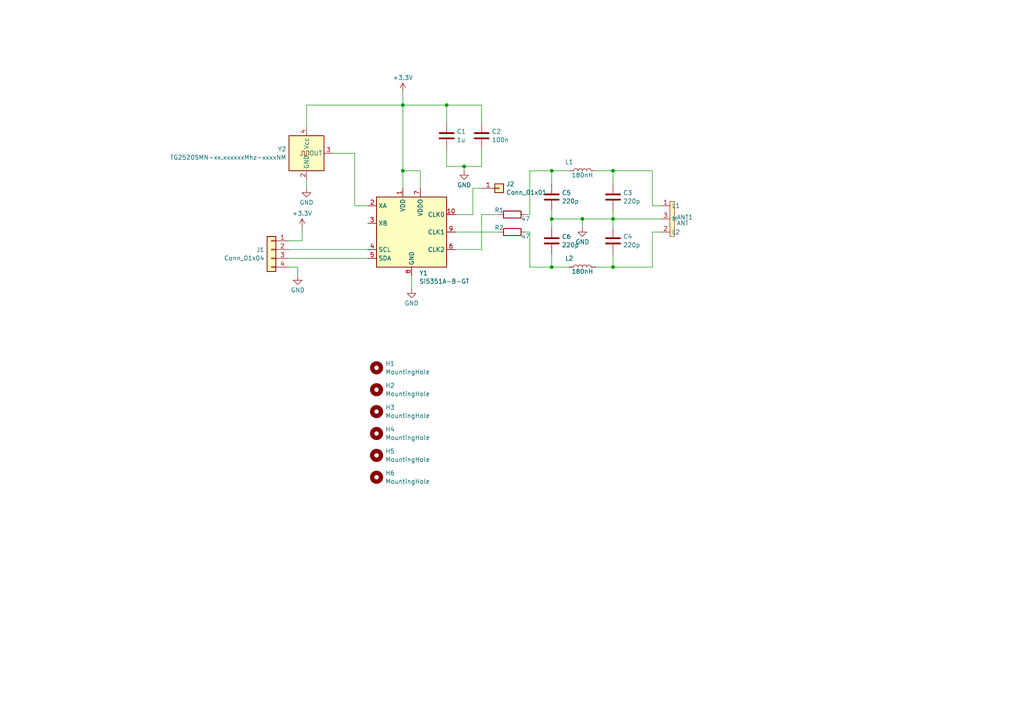
<source format=kicad_sch>
(kicad_sch (version 20231120) (generator "eeschema") (generator_version "8.0")
  (paper "A4")
  (lib_symbols
    (symbol "Connector_Generic:Conn_01x01" (pin_names (offset 1.016) hide)
      (property "Reference" "J" (at 0 2.54 0))
      (property "Value" "Conn_01x01" (at 0 -2.54 0))
      (symbol "Conn_01x01_1_1"
        (rectangle (start -1.27 0.127) (end 0 -0.127) (stroke (width 0.1524)))
        (rectangle (start -1.27 1.27) (end 1.27 -1.27) (stroke (width 0.254)) (fill (type background)))
        (pin passive line (at -5.08 0 0) (length 3.81) (name "Pin_1") (number "1"))
      )
    )
    (symbol "Connector_Generic:Conn_01x04" (pin_names (offset 1.016) hide)
      (property "Reference" "J" (at 0 5.08 0))
      (property "Value" "Conn_01x04" (at 0 -7.62 0))
      (symbol "Conn_01x04_1_1"
        (rectangle (start -1.27 -4.953) (end 0 -5.207) (stroke (width 0.1524)))
        (rectangle (start -1.27 -2.413) (end 0 -2.667) (stroke (width 0.1524)))
        (rectangle (start -1.27 0.127) (end 0 -0.127) (stroke (width 0.1524)))
        (rectangle (start -1.27 2.667) (end 0 2.413) (stroke (width 0.1524)))
        (rectangle (start -1.27 3.81) (end 1.27 -6.35) (stroke (width 0.254)) (fill (type background)))
        (pin passive line (at -5.08 2.54 0) (length 3.81) (name "Pin_1") (number "1"))
        (pin passive line (at -5.08 0 0) (length 3.81) (name "Pin_2") (number "2"))
        (pin passive line (at -5.08 -2.54 0) (length 3.81) (name "Pin_3") (number "3"))
        (pin passive line (at -5.08 -5.08 0) (length 3.81) (name "Pin_4") (number "4"))
      )
    )
    (symbol "Device:C" (pin_numbers hide) (pin_names (offset 0.254))
      (property "Reference" "C" (at 0.635 2.54 0))
      (property "Value" "C" (at 0.635 -2.54 0))
      (symbol "C_0_1"
        (polyline (pts (xy -2.032 -0.762) (xy 2.032 -0.762)) (stroke (width 0.508)))
        (polyline (pts (xy -2.032 0.762) (xy 2.032 0.762)) (stroke (width 0.508)))
      )
      (symbol "C_1_1"
        (pin passive line (at 0 3.81 270) (length 2.794) (name "~") (number "1"))
        (pin passive line (at 0 -3.81 90) (length 2.794) (name "~") (number "2"))
      )
    )
    (symbol "Device:L" (pin_numbers hide) (pin_names (offset 1.016) hide)
      (property "Reference" "L" (at -1.27 0 90))
      (property "Value" "L" (at 1.905 0 90))
      (symbol "L_0_1"
        (arc (start 0 -2.54) (mid 0.6323 -1.905) (end 0 -1.27))
        (arc (start 0 -1.27) (mid 0.6323 -0.635) (end 0 0))
        (arc (start 0 0) (mid 0.6323 0.635) (end 0 1.27))
        (arc (start 0 1.27) (mid 0.6323 1.905) (end 0 2.54))
      )
      (symbol "L_1_1"
        (pin passive line (at 0 3.81 270) (length 1.27) (name "1") (number "1"))
        (pin passive line (at 0 -3.81 90) (length 1.27) (name "2") (number "2"))
      )
    )
    (symbol "Device:R" (pin_numbers hide) (pin_names (offset 0))
      (property "Reference" "R" (at 2.032 0 90))
      (property "Value" "R" (at 0 0 90))
      (symbol "R_0_1"
        (rectangle (start -1.016 -2.54) (end 1.016 2.54) (stroke (width 0.254)))
      )
      (symbol "R_1_1"
        (pin passive line (at 0 3.81 270) (length 1.27) (name "~") (number "1"))
        (pin passive line (at 0 -3.81 90) (length 1.27) (name "~") (number "2"))
      )
    )
    (symbol "Mechanical:MountingHole" (pin_names (offset 1.016)) (exclude_from_sim yes) (in_bom no)
      (property "Reference" "H" (at 0 5.08 0))
      (property "Value" "MountingHole" (at 0 3.175 0))
      (symbol "MountingHole_0_1"
        (circle (center 0 0) (radius 1.27) (stroke (width 1.27)))
      )
    )
    (symbol "NFC:Antenna"
      (property "Reference" "ANT" (at -2.54 0.762 0))
      (symbol "Antenna_1_1"
        (rectangle (start -1.27 5.08) (end 0 -5.08) (fill (type background)))
        (pin passive line (at -3.81 3.81 0) (length 2.54) (name "L1") (number "1"))
        (pin passive line (at -3.81 -3.81 0) (length 2.54) (name "L2") (number "2"))
        (pin passive line (at -3.81 0 0) (length 2.54) (name "M") (number "3"))
      )
    )
    (symbol "Oscillator:Si5351A-B-GT"
      (property "Reference" "Y" (at -8.89 11.43 0))
      (property "Value" "Si5351A-B-GT" (at -12.7 -12.7 0))
      (symbol "Si5351A-B-GT_0_1"
        (rectangle (start -10.16 10.16) (end 10.16 -10.16) (stroke (width 0.254)) (fill (type background)))
      )
      (symbol "Si5351A-B-GT_1_1"
        (pin power_in line (at -2.54 12.7 270) (length 2.54) (name "VDD") (number "1"))
        (pin output line (at 12.7 5.08 180) (length 2.54) (name "CLK0") (number "10"))
        (pin input line (at -12.7 7.62 0) (length 2.54) (name "XA") (number "2"))
        (pin input line (at -12.7 2.54 0) (length 2.54) (name "XB") (number "3"))
        (pin input line (at -12.7 -5.08 0) (length 2.54) (name "SCL") (number "4"))
        (pin bidirectional line (at -12.7 -7.62 0) (length 2.54) (name "SDA") (number "5"))
        (pin output line (at 12.7 -5.08 180) (length 2.54) (name "CLK2") (number "6"))
        (pin power_in line (at 2.54 12.7 270) (length 2.54) (name "VDDO") (number "7"))
        (pin power_in line (at 0 -12.7 90) (length 2.54) (name "GND") (number "8"))
        (pin output line (at 12.7 0 180) (length 2.54) (name "CLK1") (number "9"))
      )
    )
    (symbol "Oscillator:TG2520SMN-xx.xxxxxxMhz-xxxxNM"
      (property "Reference" "Y" (at -5.08 6.35 0))
      (property "Value" "TG2520SMN-xx.xxxxxxMhz-xxxxNM" (at 1.27 -6.35 0))
      (symbol "TG2520SMN-xx.xxxxxxMhz-xxxxNM_0_1"
        (rectangle (start -5.08 5.08) (end 5.08 -5.08) (stroke (width 0.254)) (fill (type background)))
        (polyline (pts (xy -1.905 -0.635) (xy -1.27 -0.635) (xy -1.27 0.635) (xy -0.635 0.635) (xy -0.635 -0.635) (xy 0 -0.635) (xy 0 0.635) (xy 0.635 0.635) (xy 0.635 -0.635)))
      )
      (symbol "TG2520SMN-xx.xxxxxxMhz-xxxxNM_1_1"
        (pin no_connect line (at -5.08 0 0) (length 2.54) hide (name "NC") (number "1"))
        (pin power_in line (at 0 -7.62 90) (length 2.54) (name "GND") (number "2"))
        (pin output line (at 7.62 0 180) (length 2.54) (name "OUT") (number "3"))
        (pin power_in line (at 0 7.62 270) (length 2.54) (name "Vcc") (number "4"))
      )
    )
    (symbol "power:+3.3V" (power) (pin_numbers hide) (pin_names (offset 0) hide)
      (property "Value" "+3.3V" (at 0 3.556 0))
      (symbol "+3.3V_0_1"
        (polyline (pts (xy -0.762 1.27) (xy 0 2.54)))
        (polyline (pts (xy 0 0) (xy 0 2.54)))
        (polyline (pts (xy 0 2.54) (xy 0.762 1.27)))
      )
      (symbol "+3.3V_1_1"
        (pin power_in line (at 0 0 90) (length 0) (name "~") (number "1"))
      )
    )
    (symbol "power:GND" (power) (pin_numbers hide) (pin_names (offset 0) hide)
      (property "Value" "GND" (at 0 -3.81 0))
      (symbol "GND_0_1"
        (polyline (pts (xy 0 0) (xy 0 -1.27) (xy 1.27 -1.27) (xy 0 -2.54) (xy -1.27 -1.27) (xy 0 -1.27)))
      )
      (symbol "GND_1_1"
        (pin power_in line (at 0 0 270) (length 0) (name "~") (number "1"))
      )
    )
  )
  (junction (at 116.84 49.53))
  (junction (at 116.84 30.48))
  (junction (at 177.8 63.5))
  (junction (at 160.02 77.47))
  (junction (at 168.91 63.5))
  (junction (at 129.54 30.48))
  (junction (at 177.8 49.53))
  (junction (at 177.8 77.47))
  (junction (at 160.02 63.5))
  (junction (at 160.02 49.53))
  (junction (at 134.62 48.26))
  (wire (pts (xy 165.1 77.47) (xy 160.02 77.47)))
  (wire (pts (xy 139.7 48.26) (xy 139.7 43.18)))
  (wire (pts (xy 134.62 48.26) (xy 139.7 48.26)))
  (wire (pts (xy 116.84 30.48) (xy 129.54 30.48)))
  (wire (pts (xy 153.67 67.31) (xy 153.67 77.47)))
  (wire (pts (xy 153.67 62.23) (xy 153.67 49.53)))
  (wire (pts (xy 96.52 44.45) (xy 102.87 44.45)))
  (wire (pts (xy 160.02 63.5) (xy 160.02 60.96)))
  (wire (pts (xy 116.84 26.67) (xy 116.84 30.48)))
  (wire (pts (xy 83.82 74.93) (xy 106.68 74.93)))
  (wire (pts (xy 177.8 73.66) (xy 177.8 77.47)))
  (wire (pts (xy 88.9 30.48) (xy 116.84 30.48)))
  (wire (pts (xy 189.23 77.47) (xy 189.23 67.31)))
  (wire (pts (xy 134.62 48.26) (xy 134.62 49.53)))
  (wire (pts (xy 177.8 77.47) (xy 189.23 77.47)))
  (wire (pts (xy 137.16 62.23) (xy 137.16 54.61)))
  (wire (pts (xy 116.84 49.53) (xy 116.84 30.48)))
  (wire (pts (xy 172.72 49.53) (xy 177.8 49.53)))
  (wire (pts (xy 132.08 72.39) (xy 139.7 72.39)))
  (wire (pts (xy 121.92 49.53) (xy 116.84 49.53)))
  (wire (pts (xy 177.8 49.53) (xy 189.23 49.53)))
  (wire (pts (xy 132.08 62.23) (xy 137.16 62.23)))
  (wire (pts (xy 121.92 54.61) (xy 121.92 49.53)))
  (wire (pts (xy 86.36 77.47) (xy 86.36 80.01)))
  (wire (pts (xy 87.63 69.85) (xy 87.63 66.04)))
  (wire (pts (xy 152.4 62.23) (xy 153.67 62.23)))
  (wire (pts (xy 83.82 69.85) (xy 87.63 69.85)))
  (wire (pts (xy 88.9 52.07) (xy 88.9 54.61)))
  (wire (pts (xy 132.08 67.31) (xy 144.78 67.31)))
  (wire (pts (xy 189.23 49.53) (xy 189.23 59.69)))
  (wire (pts (xy 83.82 72.39) (xy 106.68 72.39)))
  (wire (pts (xy 129.54 30.48) (xy 139.7 30.48)))
  (wire (pts (xy 83.82 77.47) (xy 86.36 77.47)))
  (wire (pts (xy 129.54 43.18) (xy 129.54 48.26)))
  (wire (pts (xy 160.02 77.47) (xy 160.02 73.66)))
  (wire (pts (xy 153.67 77.47) (xy 160.02 77.47)))
  (wire (pts (xy 189.23 67.31) (xy 191.77 67.31)))
  (wire (pts (xy 102.87 59.69) (xy 106.68 59.69)))
  (wire (pts (xy 129.54 48.26) (xy 134.62 48.26)))
  (wire (pts (xy 165.1 49.53) (xy 160.02 49.53)))
  (wire (pts (xy 172.72 77.47) (xy 177.8 77.47)))
  (wire (pts (xy 177.8 63.5) (xy 168.91 63.5)))
  (wire (pts (xy 137.16 54.61) (xy 139.7 54.61)))
  (wire (pts (xy 168.91 63.5) (xy 160.02 63.5)))
  (wire (pts (xy 160.02 49.53) (xy 160.02 53.34)))
  (wire (pts (xy 189.23 59.69) (xy 191.77 59.69)))
  (wire (pts (xy 119.38 80.01) (xy 119.38 83.82)))
  (wire (pts (xy 177.8 63.5) (xy 177.8 66.04)))
  (wire (pts (xy 160.02 63.5) (xy 160.02 66.04)))
  (wire (pts (xy 139.7 30.48) (xy 139.7 35.56)))
  (wire (pts (xy 139.7 72.39) (xy 139.7 62.23)))
  (wire (pts (xy 116.84 54.61) (xy 116.84 49.53)))
  (wire (pts (xy 102.87 44.45) (xy 102.87 59.69)))
  (wire (pts (xy 177.8 63.5) (xy 177.8 60.96)))
  (wire (pts (xy 88.9 36.83) (xy 88.9 30.48)))
  (wire (pts (xy 177.8 63.5) (xy 191.77 63.5)))
  (wire (pts (xy 139.7 62.23) (xy 144.78 62.23)))
  (wire (pts (xy 177.8 49.53) (xy 177.8 53.34)))
  (wire (pts (xy 129.54 30.48) (xy 129.54 35.56)))
  (wire (pts (xy 168.91 63.5) (xy 168.91 66.04)))
  (wire (pts (xy 152.4 67.31) (xy 153.67 67.31)))
  (wire (pts (xy 153.67 49.53) (xy 160.02 49.53)))
  (symbol (lib_id "Mechanical:MountingHole") (at 109.22 132.08 0) (unit 1) (exclude_from_sim yes) (in_bom no)
    (property "Reference" "H5" (at 111.76 130.8678 0) (effects (justify left)))
    (property "Value" "MountingHole" (at 111.76 133.2921 0) (effects (justify left)))
    (property "Footprint" "MountingHole:MountingHole_2.1mm" (effects (hide yes)))
    (property "Description" "Mounting Hole without connection" (effects (hide yes)))
  )
  (symbol (lib_id "Mechanical:MountingHole") (at 109.22 119.38 0) (unit 1) (exclude_from_sim yes) (in_bom no)
    (property "Reference" "H3" (at 111.76 118.1678 0) (effects (justify left)))
    (property "Value" "MountingHole" (at 111.76 120.5921 0) (effects (justify left)))
    (property "Footprint" "MountingHole:MountingHole_2.1mm" (effects (hide yes)))
    (property "Description" "Mounting Hole without connection" (effects (hide yes)))
  )
  (symbol (lib_id "Mechanical:MountingHole") (at 109.22 138.43 0) (unit 1) (exclude_from_sim yes) (in_bom no)
    (property "Reference" "H6" (at 111.76 137.2178 0) (effects (justify left)))
    (property "Value" "MountingHole" (at 111.76 139.6421 0) (effects (justify left)))
    (property "Footprint" "MountingHole:MountingHole_2.1mm" (effects (hide yes)))
    (property "Description" "Mounting Hole without connection" (effects (hide yes)))
  )
  (symbol (lib_id "Device:C") (at 160.02 57.15 0) (unit 1)
    (property "Reference" "C5" (at 162.941 55.9378 0) (effects (justify left)))
    (property "Value" "220p" (at 162.941 58.3621 0) (effects (justify left)))
    (property "Footprint" "Capacitor_SMD:C_0603_1608Metric" (effects (hide yes)))
    (property "Description" "Unpolarized capacitor" (effects (hide yes)))
  )
  (symbol (lib_id "power:GND") (at 168.91 66.04 0) (unit 1)
    (property "Reference" "#PWR06" (effects (hide yes)))
    (property "Value" "GND" (at 168.91 70.1731 0))
    (property "Description" "Power symbol creates a global label with name \"GND\" , ground" (effects (hide yes)))
  )
  (symbol (lib_id "Device:C") (at 177.8 69.85 0) (unit 1)
    (property "Reference" "C4" (at 180.721 68.6378 0) (effects (justify left)))
    (property "Value" "220p" (at 180.721 71.0621 0) (effects (justify left)))
    (property "Footprint" "Capacitor_SMD:C_0603_1608Metric" (effects (hide yes)))
    (property "Description" "Unpolarized capacitor" (effects (hide yes)))
  )
  (symbol (lib_id "Device:C") (at 139.7 39.37 0) (unit 1)
    (property "Reference" "C2" (at 142.621 38.1578 0) (effects (justify left)))
    (property "Value" "100n" (at 142.621 40.5821 0) (effects (justify left)))
    (property "Footprint" "Capacitor_SMD:C_0603_1608Metric" (effects (hide yes)))
    (property "Description" "Unpolarized capacitor" (effects (hide yes)))
  )
  (symbol (lib_id "power:GND") (at 134.62 49.53 0) (unit 1)
    (property "Reference" "#PWR04" (effects (hide yes)))
    (property "Value" "GND" (at 134.62 53.6631 0))
    (property "Description" "Power symbol creates a global label with name \"GND\" , ground" (effects (hide yes)))
  )
  (symbol (lib_id "Connector_Generic:Conn_01x01") (at 144.78 54.61 0) (unit 1)
    (property "Reference" "J2" (at 146.812 53.3978 0) (effects (justify left)))
    (property "Value" "Conn_01x01" (at 146.812 55.8221 0) (effects (justify left)))
    (property "Footprint" "TestPoint:TestPoint_Pad_1.5x1.5mm" (effects (hide yes)))
    (property "Description" "Generic connector, single row, 01x01, script generated (kicad-library-utils/schlib/autogen/connector/)" (effects (hide yes)))
  )
  (symbol (lib_id "Mechanical:MountingHole") (at 109.22 125.73 0) (unit 1) (exclude_from_sim yes) (in_bom no)
    (property "Reference" "H4" (at 111.76 124.5178 0) (effects (justify left)))
    (property "Value" "MountingHole" (at 111.76 126.9421 0) (effects (justify left)))
    (property "Footprint" "MountingHole:MountingHole_2.1mm" (effects (hide yes)))
    (property "Description" "Mounting Hole without connection" (effects (hide yes)))
  )
  (symbol (lib_id "Oscillator:TG2520SMN-xx.xxxxxxMhz-xxxxNM") (at 88.9 44.45 0) (unit 1)
    (property "Reference" "Y2" (at 83.058 43.2378 0) (effects (justify right)))
    (property "Value" "TG2520SMN-xx.xxxxxxMhz-xxxxNM" (at 83.058 45.6621 0) (effects (justify right)))
    (property "Footprint" "Oscillator:Oscillator_SMD_SeikoEpson_TG2520SMN-xxx-xxxxxx-4Pin_2.5x2.0mm" (effects (hide yes)))
    (property "Datasheet" "https://support.epson.biz/td/api/doc_check.php?dl=app_TG2520SMN&lang=en" (effects (hide yes)))
    (property "Description" "Crystal Oscillator Low Profile / High Stability TCXO" (effects (hide yes)))
  )
  (symbol (lib_id "Device:L") (at 168.91 49.53 90) (unit 1)
    (property "Reference" "L1" (at 165.1 46.99 90))
    (property "Value" "180nH" (at 168.91 50.8 90))
    (property "Footprint" "Inductor_SMD:L_0603_1608Metric" (effects (hide yes)))
    (property "Description" "Inductor" (effects (hide yes)))
  )
  (symbol (lib_id "power:GND") (at 119.38 83.82 0) (unit 1)
    (property "Reference" "#PWR03" (effects (hide yes)))
    (property "Value" "GND" (at 119.38 87.9531 0))
    (property "Description" "Power symbol creates a global label with name \"GND\" , ground" (effects (hide yes)))
  )
  (symbol (lib_id "Oscillator:Si5351A-B-GT") (at 119.38 67.31 0) (unit 1)
    (property "Reference" "Y1" (at 121.5741 79.1901 0) (effects (justify left)))
    (property "Value" "Si5351A-B-GT" (at 121.5741 81.6144 0) (effects (justify left)))
    (property "Footprint" "Package_SO:MSOP-10_3x3mm_P0.5mm" (effects (hide yes)))
    (property "Datasheet" "https://www.silabs.com/documents/public/data-sheets/Si5351-B.pdf" (effects (hide yes)))
    (property "Description" "I2C Programmable Any-Frequency CMOS Clock Generator, MSOP-8" (effects (hide yes)))
  )
  (symbol (lib_id "power:GND") (at 86.36 80.01 0) (unit 1)
    (property "Reference" "#PWR01" (effects (hide yes)))
    (property "Value" "GND" (at 86.36 84.1431 0))
    (property "Description" "Power symbol creates a global label with name \"GND\" , ground" (effects (hide yes)))
  )
  (symbol (lib_id "Device:R") (at 148.59 67.31 270) (unit 1)
    (property "Reference" "R2" (at 144.78 66.04 90))
    (property "Value" "47" (at 152.4 68.58 90))
    (property "Footprint" "Resistor_SMD:R_0603_1608Metric" (effects (hide yes)))
    (property "Description" "Resistor" (effects (hide yes)))
  )
  (symbol (lib_id "power:+3.3V") (at 116.84 26.67 0) (unit 1)
    (property "Reference" "#PWR05" (effects (hide yes)))
    (property "Value" "+3.3V" (at 116.84 22.5369 0))
    (property "Description" "Power symbol creates a global label with name \"+3.3V\"" (effects (hide yes)))
  )
  (symbol (lib_id "Device:C") (at 129.54 39.37 0) (unit 1)
    (property "Reference" "C1" (at 132.461 38.1578 0) (effects (justify left)))
    (property "Value" "1u" (at 132.461 40.5821 0) (effects (justify left)))
    (property "Footprint" "Capacitor_SMD:C_0603_1608Metric" (effects (hide yes)))
    (property "Description" "Unpolarized capacitor" (effects (hide yes)))
  )
  (symbol (lib_id "power:+3.3V") (at 87.63 66.04 0) (unit 1)
    (property "Reference" "#PWR02" (effects (hide yes)))
    (property "Value" "+3.3V" (at 87.63 61.9069 0))
    (property "Description" "Power symbol creates a global label with name \"+3.3V\"" (effects (hide yes)))
  )
  (symbol (lib_id "NFC:Antenna") (at 195.58 63.5 0) (unit 1)
    (property "Reference" "ANT1" (at 196.215 63.0308 0) (effects (justify left)))
    (property "Value" "ANT" (at 196.215 64.7122 0) (effects (justify left)))
    (property "Footprint" "Scout:RFID_Antenna" (effects (hide yes)))
  )
  (symbol (lib_id "Device:C") (at 160.02 69.85 0) (unit 1)
    (property "Reference" "C6" (at 162.941 68.6378 0) (effects (justify left)))
    (property "Value" "220p" (at 162.941 71.0621 0) (effects (justify left)))
    (property "Footprint" "Capacitor_SMD:C_0603_1608Metric" (effects (hide yes)))
    (property "Description" "Unpolarized capacitor" (effects (hide yes)))
  )
  (symbol (lib_id "Mechanical:MountingHole") (at 109.22 113.03 0) (unit 1) (exclude_from_sim yes) (in_bom no)
    (property "Reference" "H2" (at 111.76 111.8178 0) (effects (justify left)))
    (property "Value" "MountingHole" (at 111.76 114.2421 0) (effects (justify left)))
    (property "Footprint" "MountingHole:MountingHole_2.1mm" (effects (hide yes)))
    (property "Description" "Mounting Hole without connection" (effects (hide yes)))
  )
  (symbol (lib_id "power:GND") (at 88.9 54.61 0) (unit 1)
    (property "Reference" "#PWR07" (effects (hide yes)))
    (property "Value" "GND" (at 88.9 58.7431 0))
    (property "Description" "Power symbol creates a global label with name \"GND\" , ground" (effects (hide yes)))
  )
  (symbol (lib_id "Mechanical:MountingHole") (at 109.22 106.68 0) (unit 1) (exclude_from_sim yes) (in_bom no)
    (property "Reference" "H1" (at 111.76 105.4678 0) (effects (justify left)))
    (property "Value" "MountingHole" (at 111.76 107.8921 0) (effects (justify left)))
    (property "Footprint" "MountingHole:MountingHole_2.1mm" (effects (hide yes)))
    (property "Description" "Mounting Hole without connection" (effects (hide yes)))
  )
  (symbol (lib_id "Connector_Generic:Conn_01x04") (at 78.74 72.39 0) (mirror y) (unit 1)
    (property "Reference" "J1" (at 76.708 72.4478 0) (effects (justify left)))
    (property "Value" "Conn_01x04" (at 76.708 74.8721 0) (effects (justify left)))
    (property "Footprint" "Connector_JST:JST_SH_BM04B-SRSS-TB_1x04-1MP_P1.00mm_Vertical" (effects (hide yes)))
    (property "Description" "Generic connector, single row, 01x04, script generated (kicad-library-utils/schlib/autogen/connector/)" (effects (hide yes)))
  )
  (symbol (lib_id "Device:R") (at 148.59 62.23 270) (unit 1)
    (property "Reference" "R1" (at 144.78 60.96 90))
    (property "Value" "47" (at 152.4 63.5 90))
    (property "Footprint" "Resistor_SMD:R_0603_1608Metric" (effects (hide yes)))
    (property "Description" "Resistor" (effects (hide yes)))
  )
  (symbol (lib_id "Device:L") (at 168.91 77.47 90) (unit 1)
    (property "Reference" "L2" (at 165.1 74.93 90))
    (property "Value" "180nH" (at 168.91 78.74 90))
    (property "Footprint" "Inductor_SMD:L_0603_1608Metric" (effects (hide yes)))
    (property "Description" "Inductor" (effects (hide yes)))
  )
  (symbol (lib_id "Device:C") (at 177.8 57.15 0) (unit 1)
    (property "Reference" "C3" (at 180.721 55.9378 0) (effects (justify left)))
    (property "Value" "220p" (at 180.721 58.3621 0) (effects (justify left)))
    (property "Footprint" "Capacitor_SMD:C_0603_1608Metric" (effects (hide yes)))
    (property "Description" "Unpolarized capacitor" (effects (hide yes)))
  )
)
</source>
